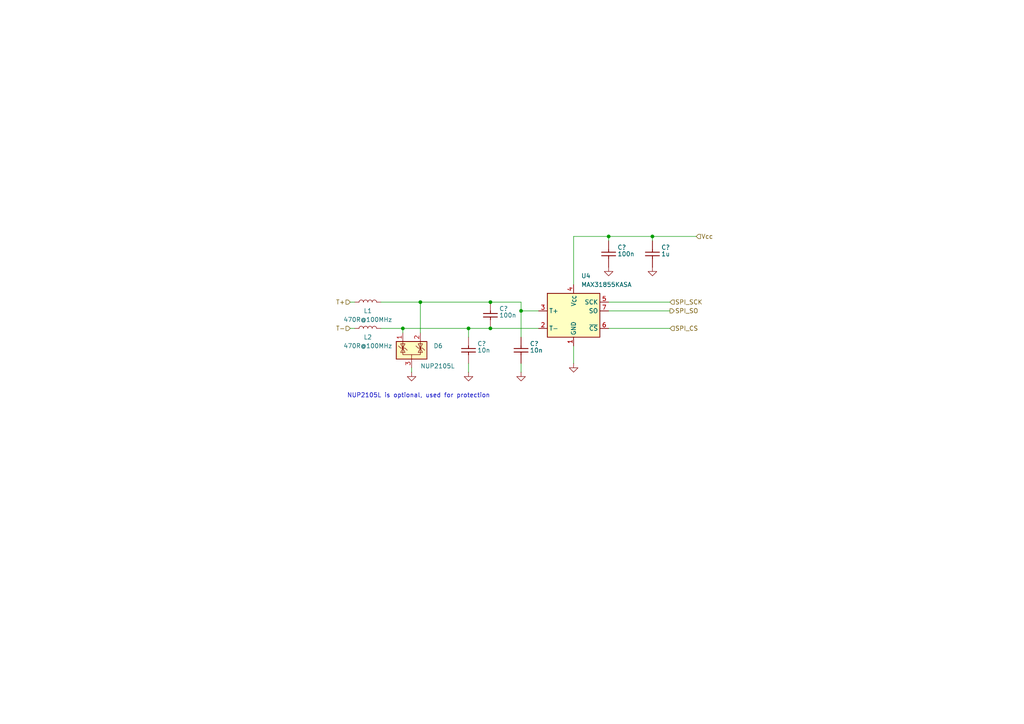
<source format=kicad_sch>
(kicad_sch (version 20250114) (generator "eeschema") (generator_version "9.0")
  (paper "A4")
  (title_block (title "UA4EFI") (date "2025-04-30") (rev "A"))
  (lib_symbols
    (symbol "Device:L" (pin_numbers (hide yes)) (pin_names (offset 1.016) (hide yes))
      (property "Reference" "L" (at -1.27 0 90))
      (property "Value" "L" (at 1.905 0 90))
      (symbol "L_0_1"
        (arc (start 0 2.54) (mid 0.6323 1.905) (end 0 1.27))
        (arc (start 0 1.27) (mid 0.6323 0.635) (end 0 0))
        (arc (start 0 0) (mid 0.6323 -0.635) (end 0 -1.27))
        (arc (start 0 -1.27) (mid 0.6323 -1.905) (end 0 -2.54))
      )
      (symbol "L_1_1"
        (pin passive line (at 0 3.81 270) (length 1.27) (name "1") (number "1"))
        (pin passive line (at 0 -3.81 90) (length 1.27) (name "2") (number "2"))
      )
    )
    (symbol "NUP2105L_1" (pin_names (hide yes))
      (property "Reference" "D" (at 5.715 2.54 0))
      (property "Value" "NUP2105L" (at 5.715 0.635 0))
      (symbol "NUP2105L_1_0_0"
        (pin passive line (at 0 -5.08 90) (length 2.54) (name "A") (number "3"))
      )
      (symbol "NUP2105L_1_0_1"
        (rectangle (start -4.445 2.54) (end 4.445 -2.54) (stroke (width 0.254)) (fill (type background)))
        (polyline (pts (xy -3.81 1.27) (xy -3.175 0.635) (xy -1.905 0.635) (xy -1.27 0)))
        (polyline (pts (xy -2.54 2.54) (xy -2.54 0.635)))
        (polyline (pts (xy -2.54 0.635) (xy -2.54 -1.27) (xy 2.54 -1.27) (xy 2.54 0.635)))
        (polyline (pts (xy -2.54 0.635) (xy -1.905 -0.635) (xy -3.175 -0.635) (xy -2.54 0.635)))
        (polyline (pts (xy -2.54 0.635) (xy -3.175 1.905) (xy -1.905 1.905) (xy -2.54 0.635) (xy -2.54 1.27)))
        (polyline (pts (xy 0 -1.27) (xy 0 -2.54)))
        (polyline (pts (xy 1.27 1.27) (xy 1.905 0.635) (xy 2.54 0.635) (xy 3.175 0.635) (xy 3.81 0)))
        (polyline (pts (xy 2.54 2.54) (xy 2.54 0.635)))
        (polyline (pts (xy 2.54 0.635) (xy 1.905 -0.635) (xy 3.175 -0.635) (xy 2.54 0.635)))
        (polyline (pts (xy 2.54 0.635) (xy 3.175 1.905) (xy 1.905 1.905) (xy 2.54 0.635)))
      )
      (symbol "NUP2105L_1_1_1"
        (pin passive line (at -2.54 5.08 270) (length 2.54) (name "K") (number "1"))
        (pin passive line (at 2.54 5.08 270) (length 2.54) (name "K") (number "2"))
      )
    )
    (symbol "Sensor_Temperature:MAX31855KASA"
      (property "Reference" "U" (at -7.62 8.89 0))
      (property "Value" "MAX31855KASA" (at 1.27 8.89 0))
      (symbol "MAX31855KASA_0_1"
        (rectangle (start -7.62 7.62) (end 7.62 -5.08) (stroke (width 0.254)) (fill (type background)))
      )
      (symbol "MAX31855KASA_1_1"
        (pin passive line (at -10.16 2.54 0) (length 2.54) (name "T+") (number "3"))
        (pin passive line (at -10.16 -2.54 0) (length 2.54) (name "T-") (number "2"))
        (pin no_connect line (at -7.62 5.08 0) (length 2.54) (hide yes) (name "NC") (number "8"))
        (pin power_in line (at 0 10.16 270) (length 2.54) (name "V_{CC}") (number "4"))
        (pin power_in line (at 0 -7.62 90) (length 2.54) (name "GND") (number "1"))
        (pin input line (at 10.16 5.08 180) (length 2.54) (name "SCK") (number "5"))
        (pin tri_state line (at 10.16 2.54 180) (length 2.54) (name "SO") (number "7"))
        (pin input line (at 10.16 -2.54 180) (length 2.54) (name "~{CS}") (number "6"))
      )
    )
    (symbol "hellen-one-common:Cap" (pin_numbers (hide yes))
      (property "Reference" "C" (at -3.81 2.54 0))
      (property "Value" "Cap" (at -2.54 -1.27 0))
      (symbol "Cap_1_0"
        (polyline (pts (xy -1.27 0) (xy -0.508 0)) (stroke (width 0.254)))
        (polyline (pts (xy -0.508 -2.032) (xy -0.508 2.032)) (stroke (width 0.254)))
        (polyline (pts (xy 0.508 2.032) (xy 0.508 -2.032)) (stroke (width 0.254)))
        (polyline (pts (xy 1.27 0) (xy 0.508 0)) (stroke (width 0.254)))
        (pin passive line (at -3.81 0 0) (length 2.54) (name "") (number "1"))
        (pin passive line (at 3.81 0 180) (length 2.54) (name "") (number "2"))
      )
    )
    (symbol "power:GND" (power) (pin_numbers (hide yes)) (pin_names (offset 0) (hide yes))
      (property "Value" "GND" (at 0 -3.81 0))
      (symbol "GND_0_1"
        (polyline (pts (xy 0 0) (xy 0 -1.27) (xy 1.27 -1.27) (xy 0 -2.54) (xy -1.27 -1.27) (xy 0 -1.27)))
      )
      (symbol "GND_1_1"
        (pin power_in line (at 0 0 270) (length 0) (name "~") (number "1"))
      )
    )
  )
  (text "NUP2105L is optional, used for protection" (at 121.412 114.808 0) (effects (font (size 1.27 1.27))))
  (junction (at 176.53 68.58))
  (junction (at 116.84 95.25))
  (junction (at 135.89 95.25))
  (junction (at 121.92 87.63))
  (junction (at 142.24 87.63))
  (junction (at 142.24 95.25))
  (junction (at 189.23 68.58))
  (junction (at 151.13 90.17))
  (wire (pts (xy 166.37 82.55) (xy 166.37 68.58)))
  (wire (pts (xy 119.38 107.95) (xy 119.38 106.68)))
  (wire (pts (xy 142.24 87.63) (xy 151.13 87.63)))
  (wire (pts (xy 166.37 68.58) (xy 176.53 68.58)))
  (wire (pts (xy 121.92 87.63) (xy 121.92 96.52)))
  (wire (pts (xy 189.23 68.58) (xy 189.23 69.85)))
  (wire (pts (xy 151.13 90.17) (xy 151.13 97.79)))
  (wire (pts (xy 176.53 68.58) (xy 176.53 69.85)))
  (wire (pts (xy 135.89 105.41) (xy 135.89 107.95)))
  (wire (pts (xy 121.92 87.63) (xy 142.24 87.63)))
  (wire (pts (xy 110.49 87.63) (xy 121.92 87.63)))
  (wire (pts (xy 151.13 87.63) (xy 151.13 90.17)))
  (wire (pts (xy 176.53 90.17) (xy 194.31 90.17)))
  (wire (pts (xy 189.23 68.58) (xy 201.93 68.58)))
  (wire (pts (xy 116.84 95.25) (xy 135.89 95.25)))
  (wire (pts (xy 151.13 90.17) (xy 156.21 90.17)))
  (wire (pts (xy 166.37 100.33) (xy 166.37 105.41)))
  (wire (pts (xy 176.53 68.58) (xy 189.23 68.58)))
  (wire (pts (xy 151.13 105.41) (xy 151.13 107.95)))
  (wire (pts (xy 176.53 95.25) (xy 194.31 95.25)))
  (wire (pts (xy 116.84 95.25) (xy 116.84 96.52)))
  (wire (pts (xy 135.89 95.25) (xy 142.24 95.25)))
  (wire (pts (xy 142.24 95.25) (xy 156.21 95.25)))
  (wire (pts (xy 135.89 95.25) (xy 135.89 97.79)))
  (wire (pts (xy 110.49 95.25) (xy 116.84 95.25)))
  (wire (pts (xy 101.6 87.63) (xy 102.87 87.63)))
  (wire (pts (xy 101.6 95.25) (xy 102.87 95.25)))
  (wire (pts (xy 176.53 87.63) (xy 194.31 87.63)))
  (hierarchical_label "Vcc" (shape input) (at 201.93 68.58 0))
  (hierarchical_label "SPI_SO" (shape output) (at 194.31 90.17 0))
  (hierarchical_label "SPI_SCK" (shape input) (at 194.31 87.63 0))
  (hierarchical_label "SPI_CS" (shape input) (at 194.31 95.25 0))
  (hierarchical_label "T+" (shape input) (at 101.6 87.63 180))
  (hierarchical_label "T-" (shape input) (at 101.6 95.25 180))
  (symbol (lib_id "hellen-one-common:Cap") (at 135.89 101.6 90) (unit 1)
    (property "Reference" "C28" (at 138.43 99.695 90) (effects (justify right)))
    (property "Value" "10n" (at 138.43 101.6 90) (effects (justify right)))
    (property "Footprint" "kicad6-libraries:C0603" (effects (hide yes)))
    (property "LCSC" "C57112" (effects (hide yes)))
    (instances (project "hellen-112-17" (path "" (reference "C?") (unit 1))) (project "uaefi" (path "" (reference "C28") (unit 1))))
  )
  (symbol (lib_id "Sensor_Temperature:MAX31855KASA") (at 166.37 92.71 0) (unit 1)
    (property "Reference" "U4" (at 168.5641 80.01 0) (effects (justify left)))
    (property "Value" "MAX31855KASA" (at 168.5641 82.55 0) (effects (justify left)))
    (property "Footprint" "Package_SO:SOIC-8_3.9x4.9mm_P1.27mm" (effects (hide yes)))
    (property "Datasheet" "http://datasheets.maximintegrated.com/en/ds/MAX31855.pdf" (effects (hide yes)))
    (property "Description" "Cold Junction K-type Thermocouple Interface, SPI, SOIC-8" (effects (hide yes)))
    (property "LCSC" "C52028" (effects (hide yes)))
  )
  (symbol (lib_id "hellen-one-common:Cap") (at 189.23 73.66 90) (unit 1)
    (property "Reference" "C32" (at 191.77 71.755 90) (effects (justify right)))
    (property "Value" "1u" (at 191.77 73.66 90) (effects (justify right)))
    (property "Footprint" "kicad6-libraries:C0603" (effects (hide yes)))
    (property "LCSC" "C15849" (effects (hide yes)))
    (instances (project "hellen-112-17" (path "" (reference "C?") (unit 1))) (project "uaefi" (path "" (reference "C32") (unit 1))))
  )
  (symbol (lib_id "hellen-one-common:Cap") (at 151.13 101.6 90) (unit 1)
    (property "Reference" "C30" (at 153.67 99.695 90) (effects (justify right)))
    (property "Value" "10n" (at 153.67 101.6 90) (effects (justify right)))
    (property "Footprint" "kicad6-libraries:C0603" (effects (hide yes)))
    (property "LCSC" "C57112" (effects (hide yes)))
    (instances (project "hellen-112-17" (path "" (reference "C?") (unit 1))) (project "uaefi" (path "" (reference "C30") (unit 1))))
  )
  (symbol (lib_name "NUP2105L_1") (lib_id "Power_Protection:NUP2105L") (at 119.38 101.6 0) (unit 1)
    (property "Reference" "D6" (at 125.73 100.3299 0) (effects (justify left)))
    (property "Value" "NUP2105L" (at 121.92 106.172 0) (effects (justify left)))
    (property "Footprint" "Package_TO_SOT_SMD:SOT-23" (effects (hide yes)))
    (property "Datasheet" "https://www.onsemi.com/pub_link/Collateral/NUP2105L-D.PDF" (effects (hide yes)))
    (property "Description" "Dual Line CAN Bus Protector, 24Vrwm" (effects (hide yes)))
  )
  (symbol (lib_id "hellen-one-common:Cap") (at 176.53 73.66 90) (unit 1)
    (property "Reference" "C31" (at 179.07 71.755 90) (effects (justify right)))
    (property "Value" "100n" (at 179.07 73.66 90) (effects (justify right)))
    (property "Footprint" "kicad6-libraries:C0603" (effects (hide yes)))
    (property "LCSC" "C14663" (effects (hide yes)))
    (instances (project "hellen-112-17" (path "" (reference "C?") (unit 1))) (project "uaefi" (path "" (reference "C31") (unit 1))))
  )
  (symbol (lib_id "power:GND") (at 176.53 77.47 0) (unit 1)
    (property "Reference" "#PWR0109" (effects (hide yes)))
    (property "Value" "GND" (effects (hide yes)))
    (property "Description" "Power symbol creates a global label with name \"GND\" , ground" (effects (hide yes)))
  )
  (symbol (lib_id "Device:L") (at 106.68 95.25 90) (unit 1)
    (property "Reference" "L2" (at 106.68 97.79 90))
    (property "Value" "470R@100MHz" (at 106.68 100.33 90))
    (property "Footprint" "Inductor_SMD:L_0603_1608Metric" (effects (hide yes)))
    (property "LCSC" "C97853" (effects (hide yes)))
  )
  (symbol (lib_id "power:GND") (at 189.23 77.47 0) (unit 1)
    (property "Reference" "#PWR0110" (effects (hide yes)))
    (property "Value" "GND" (effects (hide yes)))
    (property "Description" "Power symbol creates a global label with name \"GND\" , ground" (effects (hide yes)))
  )
  (symbol (lib_id "power:GND") (at 135.89 107.95 0) (unit 1)
    (property "Reference" "#PWR0106" (effects (hide yes)))
    (property "Value" "GND" (effects (hide yes)))
    (property "Description" "Power symbol creates a global label with name \"GND\" , ground" (effects (hide yes)))
  )
  (symbol (lib_id "power:GND") (at 151.13 107.95 0) (unit 1)
    (property "Reference" "#PWR0107" (effects (hide yes)))
    (property "Value" "GND" (effects (hide yes)))
    (property "Description" "Power symbol creates a global label with name \"GND\" , ground" (effects (hide yes)))
  )
  (symbol (lib_id "power:GND") (at 166.37 105.41 0) (unit 1)
    (property "Reference" "#PWR0108" (effects (hide yes)))
    (property "Value" "GND" (effects (hide yes)))
    (property "Description" "Power symbol creates a global label with name \"GND\" , ground" (effects (hide yes)))
  )
  (symbol (lib_id "power:GND") (at 119.38 107.95 0) (unit 1)
    (property "Reference" "#PWR0105" (effects (hide yes)))
    (property "Value" "GND" (effects (hide yes)))
    (property "Description" "Power symbol creates a global label with name \"GND\" , ground" (effects (hide yes)))
  )
  (symbol (lib_id "hellen-one-common:Cap") (at 142.24 91.44 90) (unit 1)
    (property "Reference" "C29" (at 144.78 89.535 90) (effects (justify right)))
    (property "Value" "100n" (at 144.78 91.44 90) (effects (justify right)))
    (property "Footprint" "kicad6-libraries:C0603" (effects (hide yes)))
    (property "LCSC" "C14663" (effects (hide yes)))
    (instances (project "hellen-112-17" (path "" (reference "C?") (unit 1))) (project "uaefi" (path "" (reference "C29") (unit 1))))
  )
  (symbol (lib_id "Device:L") (at 106.68 87.63 90) (unit 1)
    (property "Reference" "L1" (at 106.68 90.17 90))
    (property "Value" "470R@100MHz" (at 106.68 92.71 90))
    (property "Footprint" "Inductor_SMD:L_0603_1608Metric" (effects (hide yes)))
    (property "LCSC" "C97853" (effects (hide yes)))
  )
)
</source>
